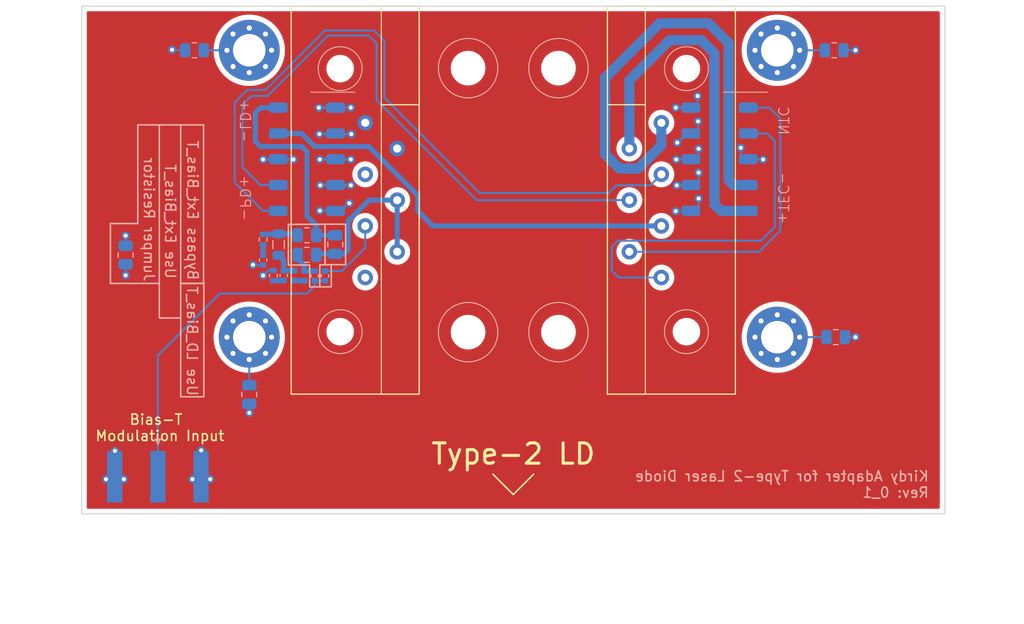
<source format=kicad_pcb>
(kicad_pcb (version 20221018) (generator pcbnew)

  (general
    (thickness 1.6)
  )

  (paper "A4")
  (layers
    (0 "F.Cu" signal)
    (31 "B.Cu" signal)
    (32 "B.Adhes" user "B.Adhesive")
    (33 "F.Adhes" user "F.Adhesive")
    (34 "B.Paste" user)
    (35 "F.Paste" user)
    (36 "B.SilkS" user "B.Silkscreen")
    (37 "F.SilkS" user "F.Silkscreen")
    (38 "B.Mask" user)
    (39 "F.Mask" user)
    (40 "Dwgs.User" user "User.Drawings")
    (41 "Cmts.User" user "User.Comments")
    (42 "Eco1.User" user "User.Eco1")
    (43 "Eco2.User" user "User.Eco2")
    (44 "Edge.Cuts" user)
    (45 "Margin" user)
    (46 "B.CrtYd" user "B.Courtyard")
    (47 "F.CrtYd" user "F.Courtyard")
    (48 "B.Fab" user)
    (49 "F.Fab" user)
    (50 "User.1" user)
    (51 "User.2" user)
    (52 "User.3" user)
    (53 "User.4" user)
    (54 "User.5" user)
    (55 "User.6" user)
    (56 "User.7" user)
    (57 "User.8" user)
    (58 "User.9" user)
  )

  (setup
    (stackup
      (layer "F.SilkS" (type "Top Silk Screen"))
      (layer "F.Paste" (type "Top Solder Paste"))
      (layer "F.Mask" (type "Top Solder Mask") (thickness 0.01))
      (layer "F.Cu" (type "copper") (thickness 0.035))
      (layer "dielectric 1" (type "core") (thickness 1.51) (material "FR4") (epsilon_r 4.5) (loss_tangent 0.02))
      (layer "B.Cu" (type "copper") (thickness 0.035))
      (layer "B.Mask" (type "Bottom Solder Mask") (thickness 0.01))
      (layer "B.Paste" (type "Bottom Solder Paste"))
      (layer "B.SilkS" (type "Bottom Silk Screen"))
      (copper_finish "None")
      (dielectric_constraints no)
    )
    (pad_to_mask_clearance 0)
    (pcbplotparams
      (layerselection 0x00010fc_ffffffff)
      (plot_on_all_layers_selection 0x0000000_00000000)
      (disableapertmacros false)
      (usegerberextensions true)
      (usegerberattributes true)
      (usegerberadvancedattributes true)
      (creategerberjobfile false)
      (dashed_line_dash_ratio 12.000000)
      (dashed_line_gap_ratio 3.000000)
      (svgprecision 6)
      (plotframeref false)
      (viasonmask false)
      (mode 1)
      (useauxorigin false)
      (hpglpennumber 1)
      (hpglpenspeed 20)
      (hpglpendiameter 15.000000)
      (dxfpolygonmode true)
      (dxfimperialunits true)
      (dxfusepcbnewfont true)
      (psnegative false)
      (psa4output false)
      (plotreference false)
      (plotvalue false)
      (plotinvisibletext false)
      (sketchpadsonfab false)
      (subtractmaskfromsilk true)
      (outputformat 1)
      (mirror false)
      (drillshape 0)
      (scaleselection 1)
      (outputdirectory "gerber/")
    )
  )

  (net 0 "")
  (net 1 "GND")
  (net 2 "/TEC+")
  (net 3 "/NTC+")
  (net 4 "/NTC-")
  (net 5 "/LD+")
  (net 6 "/TEC-")
  (net 7 "/PD-")
  (net 8 "/PD+")
  (net 9 "/LD-")
  (net 10 "/Mod_IN")
  (net 11 "/kirdy_LD+")
  (net 12 "unconnected-(J3-NC-Pad10)")
  (net 13 "/Butterfly_Mount_Mod_In")
  (net 14 "unconnected-(J3-NC-Pad14)")
  (net 15 "Net-(C2-Pad1)")
  (net 16 "Net-(C3-Pad1)")
  (net 17 "Net-(C3-Pad2)")
  (net 18 "Net-(L2-Pad2)")
  (net 19 "Net-(L3-Pad1)")
  (net 20 "Net-(C4-Pad1)")
  (net 21 "Net-(H1-Pad1)")
  (net 22 "Net-(H2-Pad1)")
  (net 23 "Net-(H3-Pad1)")
  (net 24 "Net-(H4-Pad1)")

  (footprint "laserSocket:78614110360_Receptacle" (layer "F.Cu") (at -26 -10.747))

  (footprint "laserSocket:78614110360_Receptacle" (layer "F.Cu") (at 26 17.503))

  (footprint "laserSocket:Butterfly_Socket" (layer "F.Cu") (at 0 4.01 180))

  (footprint "laserSocket:78614110360_Receptacle" (layer "F.Cu") (at 26 -10.747))

  (footprint "laserSocket:78614110360_Receptacle" (layer "F.Cu") (at -26 17.503))

  (footprint "Capacitor_SMD:C_0402_1005Metric" (layer "B.Cu") (at -19.558 11.458 -90))

  (footprint "Resistor_SMD:R_0805_2012Metric" (layer "B.Cu") (at -26 23.15 -90))

  (footprint "Capacitor_SMD:C_0402_1005Metric" (layer "B.Cu") (at -22.606 11.43 -90))

  (footprint "Resistor_SMD:R_0805_2012Metric" (layer "B.Cu") (at -31.4 -10.75 180))

  (footprint "Resistor_SMD:R_0805_2012Metric" (layer "B.Cu") (at 31.6 -10.75))

  (footprint "laserSocket:M20-7870542" (layer "B.Cu") (at -20.3222 -0.0168 180))

  (footprint "laserSocket:M20-7870542" (layer "B.Cu") (at 20.3178 -0.0168 180))

  (footprint "Resistor_SMD:R_0805_2012Metric" (layer "B.Cu") (at -38.1744 9.412 -90))

  (footprint "Capacitor_SMD:C_0402_1005Metric" (layer "B.Cu") (at -18.542 11.458 -90))

  (footprint "Resistor_SMD:R_0805_2012Metric" (layer "B.Cu") (at 31.75 17.5))

  (footprint "Resistor_SMD:R_0402_1005Metric" (layer "B.Cu") (at -24.638 7.874 -90))

  (footprint "Resistor_SMD:R_0402_1005Metric" (layer "B.Cu") (at -23.622 11.43 90))

  (footprint "Resistor_SMD:R_0805_2012Metric" (layer "B.Cu") (at -20.32 7.4676 180))

  (footprint "Inductor_SMD:L_0805_2012Metric" (layer "B.Cu") (at -23.114 8.382 90))

  (footprint "Resistor_SMD:R_0805_2012Metric" (layer "B.Cu") (at -17.526 8.382 -90))

  (footprint "Connector_Coaxial:SMA_Amphenol_132289_EdgeMount" (layer "B.Cu") (at -35 31.25 -90))

  (footprint "Inductor_SMD:L_0402_1005Metric" (layer "B.Cu") (at -21.59 11.43 90))

  (footprint "laserSocket:kirdy_socket" (layer "B.Cu") (at 0 0 180))

  (footprint "Inductor_SMD:L_0402_1005Metric" (layer "B.Cu") (at -20.574 11.458 -90))

  (footprint "Resistor_SMD:R_0805_2012Metric" (layer "B.Cu") (at -20.32 9.398 180))

  (footprint "Capacitor_SMD:C_0402_1005Metric" (layer "B.Cu") (at -24.638 9.906 -90))

  (gr_line (start -39.6744 12.212) (end -34.9244 12.212)
    (stroke (width 0.15) (type default)) (layer "B.SilkS") (tstamp 08ae5206-19fa-421c-a869-f600bab7186c))
  (gr_line (start -36.9744 6.312) (end -36.9744 -3.4)
    (stroke (width 0.15) (type default)) (layer "B.SilkS") (tstamp 21fa219f-f2bc-42b9-b232-222874d5d0d2))
  (gr_line (start -36.9744 -3.4) (end -34.8592 -3.4)
    (stroke (width 0.15) (type default)) (layer "B.SilkS") (tstamp 49b926e2-ae67-43f2-b4b9-70bd7094d819))
  (gr_rect (start -18.542 6.3768) (end -16.51 10.3632)
    (stroke (width 0.15) (type default)) (fill none) (layer "B.SilkS") (tstamp 4b956630-2a45-443d-86c1-86c756c5e39f))
  (gr_line (start -39.6744 6.312) (end -36.9744 6.312)
    (stroke (width 0.15) (type default)) (layer "B.SilkS") (tstamp 6ee9f7b5-7c11-466c-94bc-5cacaacd13f9))
  (gr_line (start -22.15 6.4) (end -22.15 10.4)
    (stroke (width 0.15) (type default)) (layer "B.SilkS") (tstamp 75b2005c-4ee0-45ed-ae35-63c1790d211c))
  (gr_rect (start -32.7488 -3.4) (end -30.5 12.212)
    (stroke (width 0.15) (type default)) (fill none) (layer "B.SilkS") (tstamp 902c4a8d-8a8c-46cc-875a-91e187466040))
  (gr_line (start -39.6744 12.212) (end -39.6744 6.312)
    (stroke (width 0.15) (type default)) (layer "B.SilkS") (tstamp 99c5f143-7cb3-495c-8614-7767a39c3b5e))
  (gr_rect (start -19.05 10.375) (end -17.925 12.55)
    (stroke (width 0.15) (type default)) (fill none) (layer "B.SilkS") (tstamp 9b58163b-6958-42e7-914a-5917a37a1824))
  (gr_line (start -18.542 6.3768) (end -22.15 6.4)
    (stroke (width 0.15) (type default)) (layer "B.SilkS") (tstamp a898c794-afc4-4078-8b06-c4fcf06da35a))
  (gr_line (start -20.05 10.4) (end -20.05 12.55)
    (stroke (width 0.15) (type default)) (layer "B.SilkS") (tstamp b5a5cdba-1dcc-491e-8c17-e9e128ac0c03))
  (gr_line (start -22.15 10.4) (end -20.05 10.4)
    (stroke (width 0.15) (type default)) (layer "B.SilkS") (tstamp b6cbc731-d396-470c-ad8b-993abc67d7ee))
  (gr_rect (start -34.8592 -3.4) (end -32.7488 15.612)
    (stroke (width 0.15) (type default)) (fill none) (layer "B.SilkS") (tstamp ea46c3f4-95f4-4d13-babd-913cd452737e))
  (gr_line (start -20.05 12.55) (end -19.05 12.55)
    (stroke (width 0.15) (type default)) (layer "B.SilkS") (tstamp f54a1b5c-f8bb-4cba-a1f9-74c8fa22ba9b))
  (gr_rect (start -32.7488 12.212) (end -30.4734 23.3764)
    (stroke (width 0.15) (type default)) (fill none) (layer "B.SilkS") (tstamp f870cc93-c518-458d-8ff2-9af09e972fb9))
  (gr_line (start 0 33) (end 2 31)
    (stroke (width 0.15) (type default)) (layer "F.SilkS") (tstamp 45737fa6-8f1c-4923-ae1e-2c692b9286ea))
  (gr_line (start 0 33) (end -2 31)
    (stroke (width 0.15) (type default)) (layer "F.SilkS") (tstamp 8213c9fa-0048-4546-af1d-b775a55fa65e))
  (gr_line (start -42.5 34.9032) (end 42.5 34.9032)
    (stroke (width 0.1) (type default)) (layer "Edge.Cuts") (tstamp 5fc11ccb-206c-4a11-8cb3-f05fdf2365ed))
  (gr_line (start 42.5 -15.0968) (end -42.5 -15.0968)
    (stroke (width 0.1) (type default)) (layer "Edge.Cuts") (tstamp 96bb3b61-a8bd-4e6d-8c1c-2a91283c5af6))
  (gr_line (start -42.5 -15.0968) (end -42.5 34.9032)
    (stroke (width 0.1) (type default)) (layer "Edge.Cuts") (tstamp b269c852-4cfb-4fde-86c0-83d58bd7102b))
  (gr_line (start 42.5 34.9032) (end 42.5 -15.0968)
    (stroke (width 0.1) (type default)) (layer "Edge.Cuts") (tstamp b654c7e3-761e-4a6b-b332-c1b14e723831))
  (gr_text "Jumper Resistor" (at -35.8744 5.912 -90) (layer "B.SilkS") (tstamp 26ff478d-bccf-4eed-a9de-aaabb7ffd654)
    (effects (font (size 1 1) (thickness 0.15)) (justify mirror))
  )
  (gr_text "Use Ext_Bias_T" (at -33.7768 11.83 270) (layer "B.SilkS") (tstamp 286cbdc5-d7d0-45a7-88bf-7169ffaef085)
    (effects (font (size 1 1) (thickness 0.15)) (justify left mirror))
  )
  (gr_text "Bypass Ext_Bias_T" (at -31.5744 5.012 270) (layer "B.SilkS") (tstamp 8a30d9f2-b59e-49d5-be47-811f0e30ecee)
    (effects (font (size 1 1) (thickness 0.15)) (justify mirror))
  )
  (gr_text "Use LD_Bias_T" (at -31.6244 23.3764 -90) (layer "B.SilkS") (tstamp b78539dc-c40f-447d-9514-c2b634db9bdf)
    (effects (font (size 1 1) (thickness 0.15)) (justify left mirror))
  )
  (gr_text "Kirdy Adapter for Type-2 Laser Diode\nRev: 0_1" (at 41 32) (layer "B.SilkS") (tstamp d9185641-8167-4841-b540-088303848472)
    (effects (font (size 1 1) (thickness 0.15)) (justify left mirror))
  )
  (gr_text "Type-2 LD" (at 0 29) (layer "F.SilkS") (tstamp b88bde98-52b0-43b6-9ac6-2ab4650df5f6)
    (effects (font (size 2 2) (thickness 0.3)))
  )
  (gr_text "Bias-T \nModulation Input" (at -34.798 26.416) (layer "F.SilkS") (tstamp be63c161-af45-409b-ab6a-4332d46cf0d0)
    (effects (font (size 1 1) (thickness 0.15)))
  )

  (via (at -33.6 -10.8) (size 0.8) (drill 0.4) (layers "F.Cu" "B.Cu") (net 1) (tstamp 07cd6029-e2ac-41bb-b8a3-4e797562b9f7))
  (via (at -16 2.55) (size 0.8) (drill 0.4) (layers "F.Cu" "B.Cu") (free) (net 1) (tstamp 0acd7d54-33c5-4a67-998f-fd3a15a013f7))
  (via (at -31.5952 31.4872) (size 0.8) (drill 0.4) (layers "F.Cu" "B.Cu") (free) (net 1) (tstamp 0d5de957-141c-4c66-a0e2-2667c266206a))
  (via (at -39.2266 28.702) (size 0.8) (drill 0.4) (layers "F.Cu" "B.Cu") (free) (net 1) (tstamp 1ed39148-0660-421e-b30e-3f98525068e4))
  (via (at 16.1 2.55) (size 0.8) (drill 0.4) (layers "F.Cu" "B.Cu") (free) (net 1) (tstamp 2008d396-fa9b-4d6b-ab4c-d20af108d0c4))
  (via (at 18.25 3.85) (size 0.8) (drill 0.4) (layers "F.Cu" "B.Cu") (free) (net 1) (tstamp 24509434-29e6-4f3a-97fb-156ff5d74f27))
  (via (at -38.3542 31.4872) (size 0.8) (drill 0.4) (layers "F.Cu" "B.Cu") (net 1) (tstamp 2be0de4a-daf2-4511-acf9-aef04b5f2530))
  (via (at -19.15 -5.0968) (size 0.8) (drill 0.4) (layers "F.Cu" "B.Cu") (free) (net 1) (tstamp 306e0f4f-b948-4cf0-a43b-0efc507dbf00))
  (via (at 16 -5.1) (size 0.8) (drill 0.4) (layers "F.Cu" "B.Cu") (net 1) (tstamp 31b8c51d-be8b-4b1f-9fa7-7b53de20104a))
  (via (at -21.65 0) (size 0.8) (drill 0.4) (layers "F.Cu" "B.Cu") (free) (net 1) (tstamp 37bedd51-b745-4c51-ada0-ede5743765de))
  (via (at 24.6 0) (size 0.8) (drill 0.4) (layers "F.Cu" "B.Cu") (free) (net 1) (tstamp 3a7ad3f1-915e-4a35-8a95-a42ef1ed071e))
  (via (at -16.15 4.318) (size 0.8) (drill 0.4) (layers "F.Cu" "B.Cu") (free) (net 1) (tstamp 4a27fed6-4d9e-4dae-a887-950f2c73920c))
  (via (at -30.734 28.6512) (size 0.8) (drill 0.4) (layers "F.Cu" "B.Cu") (free) (net 1) (tstamp 4f27231f-e2aa-4985-96e6-06e717f386b6))
  (via (at 16.15 -1.65) (size 0.8) (drill 0.4) (layers "F.Cu" "B.Cu") (free) (net 1) (tstamp 5c894e8d-3917-4785-9099-06258da738e3))
  (via (at -24.638 11.43) (size 0.8) (drill 0.4) (layers "F.Cu" "B.Cu") (net 1) (tstamp 6e62664d-1bcc-4a39-9800-b0ac2ddc00fc))
  (via (at -19 2.55) (size 0.8) (drill 0.4) (layers "F.Cu" "B.Cu") (free) (net 1) (tstamp 727ad225-6a3e-484e-832f-1c993db7541d))
  (via (at -24.638 0) (size 0.8) (drill 0.4) (layers "F.Cu" "B.Cu") (free) (net 1) (tstamp 738f36c9-b82c-4a6b-bf70-6f0666e7bd2b))
  (via (at -26 24.95) (size 0.8) (drill 0.4) (layers "F.Cu" "B.Cu") (net 1) (tstamp 878491ff-e403-4b74-83ff-0c5051f965f4))
  (via (at -19.1 -2.5) (size 0.8) (drill 0.4) (layers "F.Cu" "B.Cu") (free) (net 1) (tstamp 87850167-6de4-46eb-a0ef-4d6bb5b3d4d5))
  (via (at -29.8452 31.4872) (size 0.8) (drill 0.4) (layers "F.Cu" "B.Cu") (free) (net 1) (tstamp 8f7525ef-2afd-4969-bdef-83d94a83c98c))
  (via (at 33.7 -10.75) (size 0.8) (drill 0.4) (layers "F.Cu" "B.Cu") (net 1) (tstamp 92aade27-4cf0-4a62-8c15-d48cc627c50e))
  (via (at 18.25 1.3) (size 0.8) (drill 0.4) (layers "F.Cu" "B.Cu") (free) (net 1) (tstamp 96ed902d-748a-4179-9d78-8df095f30127))
  (via (at 22.4 -1.15) (size 0.8) (drill 0.4) (layers "F.Cu" "B.Cu") (free) (net 1) (tstamp 9a0c448e-561b-405f-8ade-b7b559df69e9))
  (via (at -25.626 10.386) (size 0.8) (drill 0.4) (layers "F.Cu" "B.Cu") (net 1) (tstamp a23de9ef-6f5e-4872-9eaa-decead55c035))
  (via (at -19.05 5.05) (size 0.8) (drill 0.4) (layers "F.Cu" "B.Cu") (free) (net 1) (tstamp ab09684c-cf80-4eda-88ef-f5c185efcdca))
  (via (at -38.1744 7.512) (size 0.8) (drill 0.4) (layers "F.Cu" "B.Cu") (net 1) (tstamp b6e17684-24b3-4adb-80bc-a111c97e2028))
  (via (at -19.05 0) (size 0.8) (drill 0.4) (layers "F.Cu" "B.Cu") (free) (net 1) (tstamp b6e92f00-dbeb-4d43-a477-eab7e117e33e))
  (via (at -15.95 -2.5) (size 0.8) (drill 0.4) (layers "F.Cu" "B.Cu") (free) (net 1) (tstamp bad702e1-4365-4d61-ba17-3eaedb1602e9))
  (via (at 16.05 0) (size 0.8) (drill 0.4) (layers "F.Cu" "B.Cu") (free) (net 1) (tstamp bd8bc0b9-34f3-4298-97e6-5e22d2ec0501))
  (via (at 18.25 -1.05) (size 0.8) (drill 0.4) (layers "F.Cu" "B.Cu") (free) (net 1) (tstamp cc20fac1-11b7-4d67-9ad4-c97290052a20))
  (via (at -16 -5.1) (size 0.8) (drill 0.4) (layers "F.Cu" "B.Cu") (free) (net 1) (tstamp d6a9a246-4564-4e09-b21d-fce11dd81779))
  (via (at 18.15 -6.25) (size 0.8) (drill 0.4) (layers "F.Cu" "B.Cu") (net 1) (tstamp d7441f1f-3118-4287-9f54-0b181444b674))
  (via (at 33.7 17.5) (size 0.8) (drill 0.4) (layers "F.Cu" "B.Cu") (net 1) (tstamp d919a658-b957-452e-83d5-d501d2744046))
  (via (at -16 0) (size 0.8) (drill 0.4) (layers "F.Cu" "B.Cu") (free) (net 1) (tstamp de81f517-af52-454f-9fe6-dd014e6afda0))
  (via (at -40.1042 31.4872) (size 0.8) (drill 0.4) (layers "F.Cu" "B.Cu") (net 1) (tstamp e0636d8f-0a6d-409d-aecc-45d20973e0bc))
  (via (at -38.1744 11.412) (size 0.8) (drill 0.4) (layers "F.Cu" "B.Cu") (net 1) (tstamp e0d36dce-ed50-4a42-ab5d-a9b6341d4edc))
  (via (at 18.2 -3.75) (size 0.8) (drill 0.4) (layers "F.Cu" "B.Cu") (free) (net 1) (tstamp e6956291-c80b-4985-8750-b7237b5f8c29))
  (via (at 16 5.1) (size 0.8) (drill 0.4) (layers "F.Cu" "B.Cu") (free) (net 1) (tstamp f3dcb10f-d9aa-4361-948f-9b1a65b04c4f))
  (segment (start -17.494 -5.1) (end -17.4972 -5.0968) (width 0.2) (layer "B.Cu") (net 1) (tstamp 01f9f019-d12d-4042-b5b6-a7ffa2418204))
  (segment (start -18.7732 2.5232) (end -17.4972 2.5232) (width 0.25) (layer "B.Cu") (net 1) (tstamp 07e70102-de76-4807-b1b7-ad321383ba32))
  (segment (start 18.25 1.3) (end 18.25 2.5232) (width 0.2) (layer "B.Cu") (net 1) (tstamp 0908029c-ea6c-4243-a5ed-d04860b1cfdf))
  (segment (start -16.0268 2.5232) (end -17.4972 2.5232) (width 0.25) (layer "B.Cu") (net 1) (tstamp 09270894-c63d-43f6-b889-38a8473129ee))
  (segment (start 23.1596 0) (end 23.1428 -0.0168) (width 0.2) (layer "B.Cu") (net 1) (tstamp 09dc834b-dbd6-4ef7-a26b-603cde2b1d87))
  (segment (start -16 2.55) (end -16.0268 2.5232) (width 0.25) (layer "B.Cu") (net 1) (tstamp 0ac0c11e-ff61-44f9-9838-1ec8c78f0116))
  (segment (start -17.0132 5.0632) (end -16.268 4.318) (width 0.2) (layer "B.Cu") (net 1) (tstamp 0cef6f34-8ea1-4c0f-a29c-ae573e44a7b2))
  (segment (start -17.4804 0) (end -17.4972 -0.0168) (width 0.25) (layer "B.Cu") (net 1) (tstamp 1cea96dc-bb45-438c-937c-8a55723b1b21))
  (segment (start -26 24.95) (end -26 24.9) (width 0.2) (layer "B.Cu") (net 1) (tstamp 1d2e6050-085e-4014-b4f2-351fd6230303))
  (segment (start 17.456 5.1) (end 17.4928 5.0632) (width 0.2) (layer "B.Cu") (net 1) (tstamp 238a14e2-4be6-491c-98a0-60524bd72e88))
  (segment (start -17.5104 5.05) (end -17.4972 5.0632) (width 0.2) (layer "B.Cu") (net 1) (tstamp 245d1d5f-2e14-4682-8a4f-82b9443fd14b))
  (segment (start 18.25 5.0632) (end 17.4928 5.0632) (width 0.2) (layer "B.Cu") (net 1) (tstamp 26f3e84e-3851-456b-91d5-bd2f418c3221))
  (segment (start -38.1744 10.3245) (end -38.1744 11.412) (width 0.25) (layer "B.Cu") (net 1) (tstamp 34364e20-96b3-43ed-a742-dab51da4a010))
  (segment (start -24.638 11.43) (end -24.128 10.92) (width 0.2) (layer "B.Cu") (net 1) (tstamp 380a1a76-8871-4757-9a98-c7fc7fb0ba00))
  (segment (start -38.1744 8.4995) (end -38.1744 7.512) (width 0.25) (layer "B.Cu") (net 1) (tstamp 3bc68741-6bfd-4a72-a2b6-748902c086eb))
  (segment (start 18.15 -6.25) (end 18.15 -5.0968) (width 0.2) (layer "B.Cu") (net 1) (tstamp 4648073d-195f-46a7-87d8-9bebe3f2fc27))
  (segment (start -17.554 -2.5) (end -17.4972 -2.5568) (width 0.25) (layer "B.Cu") (net 1) (tstamp 4784899b-ff6c-471d-890b-0b71d494abb7))
  (segment (start 16 -5.1) (end 17.4896 -5.1) (width 0.25) (layer "B.Cu") (net 1) (tstamp 4d9a3305-36f0-45d0-b364-66d1063b4806))
  (segment (start 18.25 3.85) (end 18.25 5.0632) (width 0.2) (layer "B.Cu") (net 1) (tstamp 507d8aff-6d7c-49ee-9b22-b3f3ba163146))
  (segment (start 16 5.1) (end 17.456 5.1) (width 0.2) (layer "B.Cu") (net 1) (tstamp 539f141d-1c17-43d8-b993-99b7c343389a))
  (segment (start -18.8 2.55) (end -18.7732 2.5232) (width 0.25) (layer "B.Cu") (net 1) (tstamp 54c8f899-286c-4055-88aa-7e17dde4bdb4))
  (segment (start -17.4972 5.0632) (end -17.0132 5.0632) (width 0.2) (layer "B.Cu") (net 1) (tstamp 54f5c116-5d38-4d04-b9b8-b2439bdcf7db))
  (segment (start -26 24.0625) (end -26 24.95) (width 0.2) (layer "B.Cu") (net 1) (tstamp 59276027-fbc5-42bb-9991-2f0ce7b0b27c))
  (segment (start 18.2 -2.5568) (end 17.4928 -2.5568) (width 0.2) (layer "B.Cu") (net 1) (tstamp 5adf6114-df5e-477b-b3f5-1067b8729784))
  (segment (start 22.4 -0.0168) (end 23.1428 -0.0168) (width 0.2) (layer "B.Cu") (net 1) (tstamp 5b86b16c-f69d-42d9-94fd-7781116fa71b))
  (segment (start -17.4404 -2.5) (end -17.4972 -2.5568) (width 0.2) (layer "B.Cu") (net 1) (tstamp 621a574d-6033-40f5-9d5e-2cc92ebfd9ad))
  (segment (start -32.3125 -10.75) (end -33.55 -10.75) (width 0.2) (layer "B.Cu") (net 1) (tstamp 65d12c3e-f6b0-4158-a793-5752adb4bfbe))
  (segment (start -16.268 4.318) (end -16.15 4.318) (width 0.2) (layer "B.Cu") (net 1) (tstamp 65dca8ab-0967-4498-835c-e4d7ea053f15))
  (segment (start 18.15 -5.0968) (end 17.4928 -5.0968) (width 0.2) (layer "B.Cu") (net 1) (tstamp 6eb28089-2ecf-445a-bf19-81c91b8394e5))
  (segment (start 18.25 2.5232) (end 17.4928 2.5232) (width 0.2) (layer "B.Cu") (net 1) (tstamp 70ff3f0c-f1a0-4a36-86b0-a8fd7c033ecd))
  (segment (start 22.4 -1.15) (end 22.4 -0.0168) (width 0.2) (layer "B.Cu") (net 1) (tstamp 729a0108-f3f9-4d59-b59d-513e5fcea0dd))
  (segment (start 17.4896 -5.1) (end 17.4928 -5.0968) (width 0.25) (layer "B.Cu") (net 1) (tstamp 743a2e73-0b21-47ed-8dfa-9a4000f44ce4))
  (segment (start -24.128 10.92) (end -23.622 10.92) (width 0.2) (layer "B.Cu") (net 1) (tstamp 82baeed5-6b9c-4587-894a-6132d7944363))
  (segment (start -16 -5.1) (end -17.494 -5.1) (width 0.2) (layer "B.Cu") (net 1) (tstamp 90169695-b54a-449e-a537-21190048bc82))
  (segment (start -33.55 -10.75) (end -33.6 -10.8) (width 0.2) (layer "B.Cu") (net 1) (tstamp 9b7666d9-acda-4e15-9015-a6b86601374f))
  (segment (start 18.25 -0.0168) (end 17.4928 -0.0168) (width 0.2) (layer "B.Cu") (net 1) (tstamp 9ccc04ca-1f75-4d67-9c2c-7927a9bdc5a8))
  (segment (start 17.476 0) (end 17.4928 -0.0168) (width 0.2) (layer "B.Cu") (net 1) (tstamp 9d594221-b7ff-4aea-b266-f102b55e11a4))
  (segment (start 16.1 2.55) (end 17.466 2.55) (width 0.2) (layer "B.Cu") (net 1) (tstamp a3be9bfa-440b-42da-9540-a606e136e708))
  (segment (start -16 0) (end -17.4804 0) (width 0.25) (layer "B.Cu") (net 1) (tstamp a508deb4-9ba1-43f9-abe2-2f951a9f5794))
  (segment (start 17.0568 -2.5568) (end 17.4928 -2.5568) (width 0.2) (layer "B.Cu") (net 1) (tstamp ac3dca95-96c2-403f-8d8b-39c55077cc65))
  (segment (start -15.95 -2.5) (end -17.4404 -2.5) (width 0.2) (layer "B.Cu") (net 1) (tstamp ad9fbe4b-6d3e-46ad-b4af-937783faef08))
  (segment (start -19 2.55) (end -18.8 2.55) (width 0.25) (layer "B.Cu") (net 1) (tstamp af34c443-f559-49a4-896a-1f0ca2e878a4))
  (segment (start -38.1744 11.412) (end -38.1744 11.312) (width 0.25) (layer "B.Cu") (net 1) (tstamp afb995e3-e12b-4800-a9b9-d9f8c4568d04))
  (segment (start 16.15 -1.65) (end 17.0568 -2.5568) (width 0.2) (layer "B.Cu") (net 1) (tstamp b3c062b9-47cb-4e88-83cc-bc4824e0e92a))
  (segment (start -24.638 0) (end -23.164 0) (width 0.25) (layer "B.Cu") (net 1) (tstamp b6aedada-31de-454a-b1b9-961731508067))
  (segment (start 16.05 0) (end 17.476 0) (width 0.2) (layer "B.Cu") (net 1) (tstamp b7b75202-4624-4cf6-9d7b-0a389e825387))
  (segment (start -21.65 0) (end -23.1304 0) (width 0.25) (layer "B.Cu") (net 1) (tstamp b9a00b5c-5a2a-4f7a-97b4-b980ce59f3cf))
  (segment (start -23.164 0) (end -23.1472 -0.0168) (width 0.25) (layer "B.Cu") (net 1) (tstamp ba2a80c9-fc7b-43b4-b5ac-42a92b117e64))
  (segment (start 24.6 0) (end 23.1596 0) (width 0.2) (layer "B.Cu") (net 1) (tstamp be5a38aa-7ddf-4a8d-92f9-6c70f8fd2378))
  (segment (start -18.8 0) (end -18.7832 -0.0168) (width 0.25) (layer "B.Cu") (net 1) (tstamp c06bb257-a84a-4d99-adbe-72a5e8f6e1e6))
  (segment (start 18.2 -3.75) (end 18.2 -2.5568) (width 0.2) (layer "B.Cu") (net 1) (tstamp c8a3abfc-dc0f-44a1-927d-163e803e448c))
  (segment (start -19.15 -5.0968) (end -17.4972 -5.0968) (width 0.25) (layer "B.Cu") (net 1) (tstamp c8ee1d35-5771-4c28-953a-9f23f5195cbe))
  (segment (start 32.6625 17.5) (end 33.7 17.5) (width 0.2) (layer "B.Cu") (net 1) (tstamp cada0d3a-6da3-42a3-962f-4ffce73310fd))
  (segment (start -19.05 0) (end -18.8 0) (width 0.25) (layer "B.Cu") (net 1) (tstamp cbd2e030-fceb-4ac4-9357-83321c9d8c9f))
  (segment (start 18.25 -1.05) (end 18.25 -0.0168) (width 0.2) (layer "B.Cu") (net 1) (tstamp d2833af9-af2c-41b6-a975-5cbc70eb9a39))
  (segment (start -18.7832 -0.0168) (end -17.4972 -0.0168) (width 0.25) (layer "B.Cu") (net 1) (tstamp de883cd8-dbaa-4c76-993e-e10c26fec503))
  (segment (start -19.1 -2.5) (end -17.554 -2.5) (width 0.25) (layer "B.Cu") (net 1) (tstamp e0750eb1-bf10-462a-b887-17f7fb47ae64))
  (segment (start -23.1304 0) (end -23.1472 -0.0168) (width 0.25) (layer "B.Cu") (net 1) (tstamp e8c2b264-2a76-4f27-9596-59854395ecf4))
  (segment (start 32.5125 -10.75) (end 33.7 -10.75) (width 0.2) (layer "B.Cu") (net 1) (tstamp e9fa4aa9-2394-478b-8017-01bc84fdef01))
  (segment (start -19.05 5.05) (end -17.5104 5.05) (width 0.2) (layer "B.Cu") (net 1) (tstamp f316413d-769b-48fd-b320-6d2e40fbfa97))
  (segment (start -24.638 10.386) (end -25.626 10.386) (width 0.2) (layer "B.Cu") (net 1) (tstamp f4aa22d4-b347-4f7a-a54e-38f85c00f267))
  (segment (start 17.466 2.55) (end 17.4928 2.5232) (width 0.2) (layer "B.Cu") (net 1) (tstamp ffe59795-09b6-4ea5-8120-79b3219c26de))
  (segment (start 20.4632 5.0632) (end 23.1428 5.0632) (width 1) (layer "B.Cu") (net 2) (tstamp 1b8e122d-b61e-4b87-bc00-fb07189af6a2))
  (segment (start 19.8 -10.45) (end 19.8 4.4) (width 1) (layer "B.Cu") (net 2) (tstamp 4b5b4ac1-faa5-492d-bca3-d743d1843639))
  (segment (start 11.43 -7.78) (end 15.4 -11.75) (width 1) (layer "B.Cu") (net 2) (tstamp 5f984720-cbfe-4359-9ff8-4fa34c3db1c2))
  (segment (start 11.43 -1.07) (end 11.43 -7.78) (width 1) (layer "B.Cu") (net 2) (tstamp 7107f12d-7ef8-4ffe-a029-1df241a95f55))
  (segment (start 19.8 4.4) (end 20.4632 5.0632) (width 1) (layer "B.Cu") (net 2) (tstamp 790a8187-dfb0-45a7-89d6-2d90e886687c))
  (segment (start 15.4 -11.75) (end 18.5 -11.75) (width 1) (layer "B.Cu") (net 2) (tstamp c347cd40-ac59-4981-96bf-7f3bc20b7afe))
  (segment (start 18.5 -11.75) (end 19.8 -10.45) (width 1) (layer "B.Cu") (net 2) (tstamp deffd136-6281-4592-a4ca-80f97bc49895))
  (segment (start 14.58 11.63) (end 10.38 11.63) (width 0.2) (layer "B.Cu") (net 3) (tstamp 33b8daa9-ed91-4585-98c5-3b200ade673e))
  (segment (start 14.58 11.63) (end 15.04 11.63) (width 0.2) (layer "B.Cu") (net 3) (tstamp 6bef795b-ac9b-442b-8dad-48795b99699b))
  (segment (start 10.38 11.63) (end 9.7 10.95) (width 0.2) (layer "B.Cu") (net 3) (tstamp 7dd329ba-94ca-43ea-8a4d-0bbc1b6ef779))
  (segment (start 24.9932 -2.5568) (end 23.1428 -2.5568) (width 0.2) (layer "B.Cu") (net 3) (tstamp a75edf9c-c25d-4c86-8475-22cae72ac66e))
  (segment (start 9.7 8.6) (end 10.3 8) (width 0.2) (layer "B.Cu") (net 3) (tstamp c0c4be53-c763-4b07-9278-4c71688fdafe))
  (segment (start 24.4 8) (end 25.75 6.65) (width 0.2) (layer "B.Cu") (net 3) (tstamp ca91f606-5694-47d5-900f-b980b7fd7df3))
  (segment (start 9.7 10.95) (end 9.7 8.6) (width 0.2) (layer "B.Cu") (net 3) (tstamp da84c4c2-3053-4b26-a5ca-d6738e82bb78))
  (segment (start 25.75 -1.8) (end 24.9932 -2.5568) (width 0.2) (layer "B.Cu") (net 3) (tstamp e0721116-23b3-4f5b-974b-ae91c7e44329))
  (segment (start 10.3 8) (end 24.4 8) (width 0.2) (layer "B.Cu") (net 3) (tstamp e1ac7061-110e-4cfe-8f9c-3c1534fca31a))
  (segment (start 25.75 6.65) (end 25.75 -1.8) (width 0.2) (layer "B.Cu") (net 3) (tstamp fe0482ea-292f-4224-86d5-15353abd6ee5))
  (segment (start 24.21 9.09) (end 26.3 7) (width 0.2) (layer "B.Cu") (net 4) (tstamp 0317192d-933d-4410-b8a8-c2be756e004e))
  (segment (start 26.3 7) (end 26.3 -4) (width 0.2) (layer "B.Cu") (net 4) (tstamp 1f766e30-7060-4dc4-a7ca-bf91be2448b5))
  (segment (start 26.3 -4) (end 25.2032 -5.0968) (width 0.2) (layer "B.Cu") (net 4) (tstamp 5204089e-ee3c-438c-9275-844d67b80856))
  (segment (start 11.43 9.09) (end 24.21 9.09) (width 0.2) (layer "B.Cu") (net 4) (tstamp 70aadd07-0ae9-451b-ab54-85dcad87b517))
  (segment (start 25.2032 -5.0968) (end 23.1428 -5.0968) (width 0.2) (layer "B.Cu") (net 4) (tstamp d678a912-b4ac-444d-8311-c95ecaba3472))
  (segment (start -17.526 9.2945) (end -19.304 9.2945) (width 0.5) (layer "B.Cu") (net 5) (tstamp 0495e1c2-d491-4bec-8fcc-8e3afa8de6ad))
  (segment (start -19.304 9.2945) (end -19.4075 9.398) (width 0.5) (layer "B.Cu") (net 5) (tstamp 16258ee7-1fa3-453a-8133-7462a200d0ef))
  (segment (start -16.256 6.056) (end -16.256 8.906) (width 0.5) (layer "B.Cu") (net 5) (tstamp 4e4cb81d-665e-4300-a544-516830860f66))
  (segment (start -14.21 4.01) (end -16.256 6.056) (width 0.5) (layer "B.Cu") (net 5) (tstamp 64ac9d01-576f-421f-8aa9-364f9ce273e4))
  (segment (start -11.43 4.01) (end -11.43 9.09) (width 0.5) (layer "B.Cu") (net 5) (tstamp 84250f83-4c0f-4160-86c1-35276140cf04))
  (segment (start -16.256 8.906) (end -16.6445 9.2945) (width 0.5) (layer "B.Cu") (net 5) (tstamp b1753423-495f-46d4-a4bf-8ebbfa7d516d))
  (segment (start -16.6445 9.2945) (end -17.526 9.2945) (width 0.5) (layer "B.Cu") (net 5) (tstamp b43ae866-fc60-41c2-a265-3fe71709d292))
  (segment (start -11.43 4.01) (end -14.21 4.01) (width 0.5) (layer "B.Cu") (net 5) (tstamp ce60d860-5c2c-4009-baa5-2187353be7a7))
  (segment (start 14.4 -13.4) (end 19.25 -13.4) (width 1) (layer "B.Cu") (net 6) (tstamp 2daa93a4-d2ad-4eeb-ab61-9dabf3dd8fbc))
  (segment (start 19.25 -13.4) (end 21.2 -11.45) (width 1) (layer "B.Cu") (net 6) (tstamp 356376bd-00f0-4aa3-a9ee-ab879d7f9999))
  (segment (start 21.6732 2.5232) (end 23.1428 2.5232) (width 1) (layer "B.Cu") (net 6) (tstamp 578e7184-b780-4ba9-90a4-c2356315ac17))
  (segment (start 14.58 -1.38) (end 12.3 0.9) (width 1) (layer "B.Cu") (net 6) (tstamp 5844f837-8e49-4afc-8b7f-c1292d52a459))
  (segment (start 9.05 -8.05) (end 14.4 -13.4) (width 1) (layer "B.Cu") (net 6) (tstamp 62bd3dca-720a-4c96-b6e2-ae867e4457dd))
  (segment (start 21.2 -11.45) (end 21.2 2.05) (width 1) (layer "B.Cu") (net 6) (tstamp 85246cd4-f0ed-4d7f-92e5-9e12aa888657))
  (segment (start 21.2 2.05) (end 21.6732 2.5232) (width 1) (layer "B.Cu") (net 6) (tstamp 8fd75261-c72f-4aa2-8bdf-63ad9e0ee7b6))
  (segment (start 9.05 -0.5) (end 9.05 -8.05) (width 1) (layer "B.Cu") (net 6) (tstamp a2b6d0e2-2e4c-4a0f-92c7-988da7cf1184))
  (segment (start 12.3 0.9) (end 10.45 0.9) (width 1) (layer "B.Cu") (net 6) (tstamp b5d98bd5-34eb-45e1-9a29-0e913a136408))
  (segment (start 10.45 0.9) (end 9.05 -0.5) (width 1) (layer "B.Cu") (net 6) (tstamp ee65fd98-6542-478e-bc7d-597fc57c0bef))
  (segment (start 14.58 -3.61) (end 14.58 -1.38) (width 1) (layer "B.Cu") (net 6) (tstamp f0890d48-0032-476b-abe2-6bee2621c097))
  (segment (start -24.4 -6.85) (end -18.55 -12.7) (width 0.2) (layer "B.Cu") (net 7) (tstamp 03795893-b2a3-4d36-a781-32d520771ee2))
  (segment (start 9.398 3.302) (end 10.15 2.55) (width 0.2) (layer "B.Cu") (net 7) (tstamp 0aa21a3b-bf2c-4f4b-a34b-d8aec1e87261))
  (segment (start -22.8622 5.0632) (end -24.6548 5.0632) (width 0.2) (layer "B.Cu") (net 7) (tstamp 2ec4ee1a-f944-4c4b-9c8b-4040d2ccd199))
  (segment (start 10.15 2.55) (end 13.5 2.55) (width 0.2) (layer "B.Cu") (net 7) (tstamp 44862e77-9977-4d72-afba-50ee59dc2570))
  (segment (start -27.432 -5.618) (end -26.2 -6.85) (width 0.2) (layer "B.Cu") (net 7) (tstamp 4c438837-35de-4536-9452-53784e868fc5))
  (segment (start -27.432 2.286) (end -27.432 -5.618) (width 0.2) (layer "B.Cu") (net 7) (tstamp 5816f6a6-f839-46bb-a516-653072d65be3))
  (segment (start -26.2 -6.85) (end -24.4 -6.85) (width 0.2) (layer "B.Cu") (net 7) (tstamp 767a8b78-cf1c-415e-82c4-2c7d6fc35c51))
  (segment (start 13.5 2.55) (end 14.58 1.47) (width 0.2) (layer "B.Cu") (net 7) (tstamp a4c6386b-31dc-4d27-b759-d0ab3c174385))
  (segment (start -13.716 -12.7) (end -12.7 -11.684) (width 0.2) (layer "B.Cu") (net 7) (tstamp c0ac1a2d-a0cb-4475-b1a6-08893480bbbb))
  (segment (start -12.7 -11.684) (end -12.7 -6.096) (width 0.2) (layer "B.Cu") (net 7) (tstamp cc83242d-cd0b-4de8-ba4b-ce51735e223e))
  (segment (start -3.302 3.302) (end 9.398 3.302) (width 0.2) (layer "B.Cu") (net 7) (tstamp dfaa53c3-7476-46fa-965d-5acb726e056a))
  (segment (start -12.7 -6.096) (end -3.302 3.302) (width 0.2) (layer "B.Cu") (net 7) (tstamp e160c142-c9ac-47b9-aa12-d5be924e9936))
  (segment (start -18.55 -12.7) (end -13.716 -12.7) (width 0.2) (layer "B.Cu") (net 7) (tstamp e64baba3-3758-4574-a137-d3ea6370b14a))
  (segment (start -24.6548 5.0632) (end -27.432 2.286) (width 0.2) (layer "B.Cu") (net 7) (tstamp ef2dee02-8b34-4536-b188-06b6e3473229))
  (segment (start -3.61 4.01) (end 11.405 4.01) (width 0.2) (layer "B.Cu") (net 8) (tstamp 112ef589-2b26-437b-8310-9dae58594d65))
  (segment (start -24.2 -6.25) (end -18.258 -12.192) (width 0.2) (layer "B.Cu") (net 8) (tstamp 4beb568e-99e5-4de4-9cda-ef452cf86536))
  (segment (start -13.462 -11.43) (end -13.462 -5.842) (width 0.2) (layer "B.Cu") (net 8) (tstamp 57baf9c8-1df4-4824-a741-02fd7777f6aa))
  (segment (start -18.258 -12.192) (end -14.224 -12.192) (width 0.2) (layer "B.Cu") (net 8) (tstamp 72638acd-5ac3-4a4a-aab7-086a97030f1c))
  (segment (start -14.224 -12.192) (end -13.462 -11.43) (width 0.2) (layer "B.Cu") (net 8) (tstamp 7b458cd0-c424-4e3d-957f-8ff41a011dd4))
  (segment (start -25.8 -6.25) (end -24.2 -6.25) (width 0.2) (layer "B.Cu") (net 8) (tstamp 81de5648-6958-4d03-a049-0ac9708d8dd3))
  (segment (start -22.8622 2.5232) (end -24.9088 2.5232) (width 0.2) (layer "B.Cu") (net 8) (tstamp 840554a9-6151-4e71-af80-c95a5be0da55))
  (segment (start -26.67 -5.38) (end -25.8 -6.25) (width 0.2) (layer "B.Cu") (net 8) (tstamp 8df0f2db-e471-4653-94aa-46945e8508dc))
  (segment (start -26.67 0.762) (end -26.67 -5.38) (width 0.2) (layer "B.Cu") (net 8) (tstamp c448cb64-0fe6-4d0f-91a7-eb1fdd2bdd40))
  (segment (start -24.9088 2.5232) (end -26.67 0.762) (width 0.2) (layer "B.Cu") (net 8) (tstamp d377cec1-3513-4900-983a-c7930b6a5595))
  (segment (start -13.462 -5.842) (end -3.61 4.01) (width 0.2) (layer "B.Cu") (net 8) (tstamp e252dc6a-5474-4be3-98a2-38f6806e5b7a))
  (segment (start -9.398 5.08) (end -9.398 3.556) (width 0.5) (layer "B.Cu") (net 9) (tstamp 19adfc08-3ff0-4574-a39a-e351fa89f09b))
  (segment (start -7.928 6.55) (end -9.398 5.08) (width 0.5) (layer "B.Cu") (net 9) (tstamp 4b4ab5ce-9b24-4e5f-8384-321ef1b82b5e))
  (segment (start -9.398 3.556) (end -14.224 -1.27) (width 0.5) (layer "B.Cu") (net 9) (tstamp 61f2a854-667b-4ff9-807a-0ada7bca0a5b))
  (segment (start 14.58 6.55) (end -7.928 6.55) (width 0.5) (layer "B.Cu") (net 9) (tstamp abc05ef0-adbe-4ff3-aba5-e5274e7a0495))
  (segment (start -20.8448 -2.5568) (end -22.8622 -2.5568) (width 0.5) (layer "B.Cu") (net 9) (tstamp b369524b-e6e0-4c79-ac90-597032e68810))
  (segment (start -14.224 -1.27) (end -19.558 -1.27) (width 0.5) (layer "B.Cu") (net 9) (tstamp bba94569-e4f1-4b81-89e5-bfbc4f7fef1a))
  (segment (start -19.558 -1.27) (end -20.8448 -2.5568) (width 0.5) (layer "B.Cu") (net 9) (tstamp c149ccbb-dd2d-451b-b38c-c2ce334917ba))
  (segment (start -19.558 12.446) (end -19.558 11.938) (width 0.2) (layer "B.Cu") (net 10) (tstamp 0862ad45-648c-4fd5-a0a6-db87d7e73a83))
  (segment (start -20.32 13.208) (end -19.558 12.446) (width 0.2) (layer "B.Cu") (net 10) (tstamp 2e0f83e7-0c65-4fc9-9846-6136c17b8655))
  (segment (start -35 31.25) (end -35 19.3) (width 0.2) (layer "B.Cu") (net 10) (tstamp 3ded61ee-799f-4881-ad43-64cd0c8ba3ac))
  (segment (start -19.528 11.968) (end -19.558 11.938) (width 0.2) (layer "B.Cu") (net 10) (tstamp 41ea37ff-0cdb-49e0-98c9-37e541df3671))
  (segment (start -18.542 11.968) (end -19.528 11.968) (width 0.2) (layer "B.Cu") (net 10) (tstamp ba035305-9d71-4062-a2f8-9b27068364fe))
  (segment (start -35 19.3) (end -28.908 13.208) (width 0.2) (layer "B.Cu") (net 10) (tstamp c51b85bb-b3d6-4190-a533-b2e03e21d230))
  (segment (start -28.908 13.208) (end -20.32 13.208) (width 0.2) (layer "B.Cu") (net 10) (tstamp f23b7728-f120-4caf-9112-d670f35f1b44))
  (segment (start -19.2551 7.4676) (end -17.5279 7.4676) (width 0.5) (layer "B.Cu") (net 11) (tstamp 0b6f3183-54ac-4c38-b75d-a81b8c71f0d9))
  (segment (start -20.828 -1.27) (end -20.32 -0.762) (width 0.5) (layer "B.Cu") (net 11) (tstamp 1bc678bc-7746-49fd-9444-f1b448d4c1dc))
  (segment (start -20.32 5.588) (end -19.4075 6.5005) (width 0.5) (layer "B.Cu") (net 11) (tstamp 1fb7e1fd-2c93-4413-96de-53211d9a682a))
  (segment (start -22.8622 -5.0968) (end -24.8752 -5.0968) (width 0.5) (layer "B.Cu") (net 11) (tstamp 2aa53266-2b50-4776-af94-fed884144bdc))
  (segment (start -25.4 -4.572) (end -25.4 -1.778) (width 0.5) (layer "B.Cu") (net 11) (tstamp 3fbd5266-50e0-44aa-80c1-0b667b68e794))
  (segment (start -24.8752 -5.0968) (end -25.4 -4.572) (width 0.5) (layer "B.Cu") (net 11) (tstamp 461417f6-0881-498f-ab62-306fdb20944d))
  (segment (start -17.5279 7.4676) (end -17.526 7.4695) (width 0.5) (layer "B.Cu") (net 11) (tstamp 60b09f73-5dee-4774-8905-75b0a21704b7))
  (segment (start -24.892 -1.27) (end -20.828 -1.27) (width 0.5) (layer "B.Cu") (net 11) (tstamp 8370e371-64a0-49c1-a05c-10b693d06890))
  (segment (start -25.4 -1.778) (end -24.892 -1.27) (width 0.5) (layer "B.Cu") (net 11) (tstamp ae7d8325-b0b4-48ba-9dea-55088710df95))
  (segment (start -19.4075 6.5005) (end -19.4075 7.4676) (width 0.5) (layer "B.Cu") (net 11) (tstamp b1ea6691-c7f2-4c68-8ed2-958d45c61c18))
  (segment (start -20.32 -0.762) (end -20.32 5.588) (width 0.5) (layer "B.Cu") (net 11) (tstamp db91ec5f-d918-41e5-b5b6-25fb2b1834ca))
  (segment (start -16.8708 10.978) (end -14.58 8.6872) (width 0.2) (layer "B.Cu") (net 13) (tstamp 50fac10a-aed4-4b4e-bf88-44abfa906fc7))
  (segment (start -14.58 6.55) (end -14.58 8.6872) (width 0.2) (layer "B.Cu") (net 13) (tstamp f6c4f4d6-bf0e-4ce7-a96f-cfa61550e3f1))
  (segment (start -18.542 10.978) (end -16.8708 10.978) (width 0.2) (layer "B.Cu") (net 13) (tstamp fac0a237-6be1-4016-9992-35ab448b42ff))
  (segment (start -24.638 8.384) (end -24.638 9.426) (width 0.5) (layer "B.Cu") (net 15) (tstamp e6fe235c-d50b-4661-9aaf-1adfc4a87ea2))
  (segment (start -22.606 10.95) (end -21.595 10.95) (width 0.5) (layer "B.Cu") (net 16) (tstamp 18552d68-d6d8-4b58-987a-b01bcda03143))
  (segment (start -22.606 10.95) (end -22.606 9.9525) (width 0.5) (layer "B.Cu") (net 16) (tstamp 88c20cd8-d7d2-4117-aeeb-87d9fd0894b1))
  (segment (start -22.606 9.9525) (end -23.114 9.4445) (width 0.5) (layer "B.Cu") (net 16) (tstamp 96fe7145-cae2-4392-9ab9-983bf06a4ead))
  (segment (start -21.595 10.95) (end -21.59 10.945) (width 0.5) (layer "B.Cu") (net 16) (tstamp b39cb899-d88d-4114-8b9a-cafd2cf0d30d))
  (segment (start -22.636 11.94) (end -22.606 11.91) (width 0.5) (layer "B.Cu") (net 17) (tstamp 427e4ff7-a880-4ae7-95e7-ba9650367b2b))
  (segment (start -23.622 11.94) (end -22.636 11.94) (width 0.5) (layer "B.Cu") (net 17) (tstamp a4d3ebb3-f687-4faf-90a1-4b059522d276))
  (segment (start -21.3806 7.3195) (end -21.2325 7.4676) (width 0.5) (layer "B.Cu") (net 18) (tstamp 5524c379-b4be-4f09-89fd-5c0863d860ec))
  (segment (start -23.114 7.3195) (end -21.3806 7.3195) (width 0.5) (layer "B.Cu") (net 18) (tstamp 6ae5e94c-8d0c-4d43-b93e-9669f0f2c3f5))
  (segment (start -24.638 7.364) (end -23.1585 7.364) (width 0.5) (layer "B.Cu") (net 18) (tstamp d0497e73-a988-4270-891a-bfc90c55ac35))
  (segment (start -23.1585 7.364) (end -23.114 7.3195) (width 0.5) (layer "B.Cu") (net 18) (tstamp f67e23f4-f08a-4920-a5f7-87a8d2c3cf7b))
  (segment (start -21.562 11.943) (end -21.59 11.915) (width 0.5) (layer "B.Cu") (net 19) (tstamp 40626e68-ad04-4d01-87e9-f8769b3785b1))
  (segment (start -20.574 11.943) (end -21.562 11.943) (width 0.5) (layer "B.Cu") (net 19) (tstamp e29ad2b0-c5fa-4b26-9c12-4db281c5a8c8))
  (segment (start -19.558 10.978) (end -20.569 10.978) (width 0.5) (layer "B.Cu") (net 20) (tstamp 6e7b9fb4-7d6b-4c07-84ed-14b352972551))
  (segment (start -20.574 10.414) (end -20.574 10.973) (width 0.5) (layer "B.Cu") (net 20) (tstamp 78db97c7-19c7-4d1c-8e59-ad6a77a4932c))
  (segment (start -21.2325 9.7555) (end -20.574 10.414) (width 0.5) (layer "B.Cu") (net 20) (tstamp b94aa801-a937-408c-aa17-459b3dad42bc))
  (segment (start -19.563 10.973) (end -19.558 10.978) (width 0.5) (layer "B.Cu") (net 20) (tstamp c2f71231-feda-4591-8d54-4d141d09f128))
  (segment (start -21.2325 9.398) (end -21.2325 9.7555) (width 0.5) (layer "B.Cu") (net 20) (tstamp d3beba1b-63b4-43bf-a214-c01bea9f4e3e))
  (segment (start -20.569 10.978) (end -20.574 10.973) (width 0.5) (layer "B.Cu") (net 20) (tstamp f65909d0-1744-43f9-8dad-377a7bf9c77b))
  (segment (start 30.6875 -10.75) (end 30.6845 -10.747) (width 0.2) (layer "B.Cu") (net 21) (tstamp 489f3a60-6339-4800-801e-f62d27483084))
  (segment (start 30.6845 -10.747) (end 26 -10.747) (width 0.2) (layer "B.Cu") (net 21) (tstamp 6a62b564-4c4b-4136-9c5d-1789fb320774))
  (segment (start 30.8345 17.503) (end 28.2 17.503) (width 0.2) (layer "B.Cu") (net 22) (tstamp 7cc95a2f-ff94-424e-9081-808548bcaffe))
  (segment (start 30.8375 17.5) (end 30.8345 17.503) (width 0.2) (layer "B.Cu") (net 22) (tstamp 8a755cd4-f922-4c90-a396-c8d945fd7245))
  (segment (start -30.4845 -10.747) (end -28.2 -10.747) (width 0.2) (layer "B.Cu") (net 23) (tstamp 74f7dde4-6d9d-43ee-af4e-fa760dd75ad0))
  (segment (start -30.4875 -10.75) (end -30.4845 -10.747) (width 0.2) (layer "B.Cu") (net 23) (tstamp a30d7b9d-092c-40bd-904d-36acf3a9370f))
  (segment (start -26 22.2375) (end -26 19.703) (width 0.2) (layer "B.Cu") (net 24) (tstamp 0b8cf752-3293-434f-92fe-3cb868a960c0))

  (zone (net 1) (net_name "GND") (layer "F.Cu") (tstamp 0ff1d84c-0618-4dcc-aabe-b71b2751e5a6) (hatch edge 0.5)
    (priority 2)
    (connect_pads yes (clearance 0.508))
    (min_thickness 0.25) (filled_areas_thickness no)
    (fill yes (thermal_gap 0.5) (thermal_bridge_width 0.5))
    (polygon
      (pts
        (xy -50.546 -15.494)
        (xy -50.546 35.814)
        (xy 50.292 36.068)
        (xy 50.038 -15.24)
      )
    )
    (filled_polygon
      (layer "F.Cu")
      (pts
        (xy 41.942539 -14.576615)
        (xy 41.988294 -14.523811)
        (xy 41.9995 -14.4723)
        (xy 41.9995 34.2787)
        (xy 41.979815 34.345739)
        (xy 41.927011 34.391494)
        (xy 41.8755 34.4027)
        (xy -41.8755 34.4027)
        (xy -41.942539 34.383015)
        (xy -41.988294 34.330211)
        (xy -41.9995 34.2787)
        (xy -41.9995 17.503)
        (xy -29.513315 17.503)
        (xy -29.494069 17.870241)
        (xy -29.436541 18.233459)
        (xy -29.341361 18.588674)
        (xy -29.209573 18.931994)
        (xy -29.04262 19.259658)
        (xy -28.842332 19.568075)
        (xy -28.610902 19.853867)
        (xy -28.350867 20.113902)
        (xy -28.065075 20.345332)
        (xy -27.756658 20.54562)
        (xy -27.428994 20.712573)
        (xy -27.085674 20.844361)
        (xy -26.730459 20.939541)
        (xy -26.367241 20.997069)
        (xy -26.019246 21.015306)
        (xy -26.000001 21.016315)
        (xy -26 21.016315)
        (xy -25.999999 21.016315)
        (xy -25.979688 21.01525)
        (xy -25.632759 20.997069)
        (xy -25.269541 20.939541)
        (xy -24.914326 20.844361)
        (xy -24.571006 20.712573)
        (xy -24.243342 20.54562)
        (xy -24.243337 20.545617)
        (xy -23.934926 20.345333)
        (xy -23.649137 20.113905)
        (xy -23.649133 20.113902)
        (xy -23.389098 19.853867)
        (xy -23.157668 19.568075)
        (xy -23.157666 19.568073)
        (xy -22.957382 19.259662)
        (xy -22.790428 18.931997)
        (xy -22.658641 18.588681)
        (xy -22.563577 18.233901)
        (xy -22.563459 18.233459)
        (xy -22.563458 18.233453)
        (xy -22.505931 17.870242)
        (xy -22.486685 17.503)
        (xy -22.486685 17.502999)
        (xy -22.505931 17.135757)
        (xy -22.533768 16.96)
        (xy -18.405659 16.96)
        (xy -18.385063 17.195408)
        (xy -18.323903 17.423663)
        (xy -18.224035 17.637829)
        (xy -18.088495 17.831401)
        (xy -17.921401 17.998495)
        (xy -17.727829 18.134035)
        (xy -17.513663 18.233903)
        (xy -17.285408 18.295063)
        (xy -17.108966 18.3105)
        (xy -16.991034 18.3105)
        (xy -16.814592 18.295063)
        (xy -16.586337 18.233903)
        (xy -16.372171 18.134035)
        (xy -16.372169 18.134034)
        (xy -16.178597 17.998494)
        (xy -16.011506 17.831402)
        (xy -16.011501 17.831395)
        (xy -15.875967 17.637834)
        (xy -15.875965 17.63783)
        (xy -15.813092 17.502999)
        (xy -15.776097 17.423663)
        (xy -15.776096 17.423659)
        (xy -15.776094 17.423655)
        (xy -15.714938 17.195413)
        (xy -15.714936 17.195403)
        (xy -15.694341 16.96)
        (xy -15.694341 16.959999)
        (xy -15.695682 16.944675)
        (xy -6.154252 16.944675)
        (xy -6.144251 17.205593)
        (xy -6.094538 17.461927)
        (xy -6.094537 17.461929)
        (xy -6.094537 17.46193)
        (xy -6.031363 17.637828)
        (xy -6.006279 17.707668)
        (xy -5.881541 17.937057)
        (xy -5.72325 18.144716)
        (xy -5.535114 18.325778)
        (xy -5.321544 18.475999)
        (xy -5.087547 18.591859)
        (xy -4.838605 18.670641)
        (xy -4.580555 18.7105)
        (xy -4.58055 18.7105)
        (xy -4.384823 18.7105)
        (xy -4.189656 18.695516)
        (xy -3.935414 18.636021)
        (xy -3.935408 18.636018)
        (xy -3.935406 18.636018)
        (xy -3.693241 18.538418)
        (xy -3.693232 18.538413)
        (xy -3.639089 18.506224)
        (xy -3.468792 18.404982)
        (xy -3.267348 18.238852)
        (xy -3.262937 18.233903)
        (xy -3.093631 18.043928)
        (xy -3.093618 18.043911)
        (xy -2.951695 17.824757)
        (xy -2.951694 17.824753)
        (xy -2.844881 17.586488)
        (xy -2.775693 17.334714)
        (xy -2.745748 17.075324)
        (xy -2.750755 16.944675)
        (xy 2.745748 16.944675)
        (xy 2.755748 17.205593)
        (xy 2.805462 17.461928)
        (xy 2.805462 17.46193)
        (xy 2.893718 17.707663)
        (xy 2.893721 17.707668)
        (xy 3.018459 17.937057)
        (xy 3.17675 18.144716)
        (xy 3.364886 18.325778)
        (xy 3.364891 18.325781)
        (xy 3.364895 18.325785)
        (xy 3.578441 18.475989)
        (xy 3.578445 18.475991)
        (xy 3.578456 18.475999)
        (xy 3.80602 18.588674)
        (xy 3.812455 18.59186)
        (xy 3.895433 18.618119)
        (xy 4.061395 18.670641)
        (xy 4.319445 18.7105)
        (xy 4.319449 18.7105)
        (xy 4.515177 18.7105)
        (xy 4.710344 18.695516)
        (xy 4.964586 18.636021)
        (xy 5.009945 18.617739)
        (xy 5.206758 18.538418)
        (xy 5.206763 18.538415)
        (xy 5.206766 18.538414)
        (xy 5.431208 18.404982)
        (xy 5.632652 18.238852)
        (xy 5.806375 18.04392)
        (xy 5.918848 17.870242)
        (xy 5.948304 17.824757)
        (xy 5.948304 17.824755)
        (xy 5.948306 17.824753)
        (xy 6.055118 17.586489)
        (xy 6.124307 17.334713)
        (xy 6.154252 17.075325)
        (xy 6.149832 16.96)
        (xy 15.694341 16.96)
        (xy 15.714936 17.195403)
        (xy 15.714938 17.195413)
        (xy 15.776094 17.423655)
        (xy 15.776096 17.423659)
        (xy 15.776097 17.423663)
        (xy 15.813092 17.502999)
        (xy 15.875964 17.637828)
        (xy 15.875965 17.63783)
        (xy 16.011505 17.831402)
        (xy 16.178597 17.998494)
        (xy 16.372169 18.134034)
        (xy 16.372171 18.134035)
        (xy 16.586337 18.233903)
        (xy 16.814592 18.295063)
        (xy 16.991034 18.3105)
        (xy 17.108966 18.3105)
        (xy 17.285408 18.295063)
        (xy 17.513663 18.233903)
        (xy 17.727829 18.134035)
        (xy 17.921401 17.998495)
        (xy 18.088495 17.831401)
        (xy 18.224035 17.63783)
        (xy 18.286907 17.503)
        (xy 22.486685 17.503)
        (xy 22.505931 17.870242)
        (xy 22.563458 18.233453)
        (xy 22.563459 18.233459)
        (xy 22.563577 18.233901)
        (xy 22.658641 18.588681)
        (xy 22.790428 18.931997)
        (xy 22.957382 19.259662)
        (xy 23.157666 19.568073)
        (xy 23.157668 19.568075)
        (xy 23.389098 19.853867)
        (xy 23.649133 20.113902)
        (xy 23.649137 20.113905)
        (xy 23.934926 20.345333)
        (xy 24.243337 20.545617)
        (xy 24.243342 20.54562)
        (xy 24.571006 20.712573)
        (xy 24.914326 20.844361)
        (xy 25.269541 20.939541)
        (xy 25.632759 20.997069)
        (xy 25.979688 21.01525)
        (xy 25.999999 21.016315)
        (xy 26 21.016315)
        (xy 26.000001 21.016315)
        (xy 26.019246 21.015306)
        (xy 26.367241 20.997069)
        (xy 26.730459 20.939541)
        (xy 27.085674 20.844361)
        (xy 27.428994 20.712573)
        (xy 27.756658 20.54562)
        (xy 28.065075 20.345332)
        (xy 28.350867 20.113902)
        (xy 28.610902 19.853867)
        (xy 28.842332 19.568075)
        (xy 29.04262 19.259658)
        (xy 29.209573 18.931994)
        (xy 29.341361 18.588674)
        (xy 29.436541 18.233459)
        (xy 29.494069 17.870241)
        (xy 29.513315 17.503)
        (xy 29.494069 17.135759)
        (xy 29.436541 16.772541)
        (xy 29.341361 16.417326)
        (xy 29.209573 16.074006)
        (xy 29.04262 15.746343)
        (xy 29.008773 15.694223)
        (xy 28.842333 15.437926)
        (xy 28.610905 15.152137)
        (xy 28.610902 15.152133)
        (xy 28.350867 14.892098)
        (xy 28.065075 14.660668)
        (xy 28.065073 14.660666)
        (xy 27.756662 14.460382)
        (xy 27.428997 14.293428)
        (xy 27.085681 14.161641)
        (xy 27.085674 14.161639)
        (xy 26.730459 14.066459)
        (xy 26.730455 14.066458)
        (xy 26.730454 14.066458)
        (xy 26.367242 14.008931)
        (xy 26.000001 13.989685)
        (xy 25.999999 13.989685)
        (xy 25.632757 14.008931)
        (xy 25.269546 14.066458)
        (xy 25.269544 14.066458)
        (xy 24.914318 14.161641)
        (xy 24.571002 14.293428)
        (xy 24.243338 14.460382)
        (xy 23.934926 14.660666)
        (xy 23.649137 14.892094)
        (xy 23.649129 14.892101)
        (xy 23.389101 15.152129)
        (xy 23.389094 15.152137)
        (xy 23.157666 15.437926)
        (xy 22.957382 15.746338)
        (xy 22.790428 16.074002)
        (xy 22.658641 16.417318)
        (xy 22.563458 16.772544)
        (xy 22.563458 16.772546)
        (xy 22.505931 17.135757)
        (xy 22.486685 17.502999)
        (xy 22.486685 17.503)
        (xy 18.286907 17.503)
        (xy 18.323903 17.423663)
        (xy 18.385063 17.195408)
        (xy 18.405659 16.96)
        (xy 18.385063 16.724592)
        (xy 18.323903 16.496337)
        (xy 18.224035 16.282171)
        (xy 18.224034 16.282169)
        (xy 18.088494 16.088597)
        (xy 17.921402 15.921505)
        (xy 17.72783 15.785965)
        (xy 17.727828 15.785964)
        (xy 17.620745 15.73603)
        (xy 17.513663 15.686097)
        (xy 17.513659 15.686096)
        (xy 17.513655 15.686094)
        (xy 17.285413 15.624938)
        (xy 17.285403 15.624936)
        (xy 17.108966 15.6095)
        (xy 16.991034 15.6095)
        (xy 16.814596 15.624936)
        (xy 16.814586 15.624938)
        (xy 16.586344 15.686094)
        (xy 16.586335 15.686098)
        (xy 16.372171 15.785964)
        (xy 16.372169 15.785965)
        (xy 16.178597 15.921505)
        (xy 16.011506 16.088597)
        (xy 16.011501 16.088604)
        (xy 15.875967 16.282165)
        (xy 15.875965 16.282169)
        (xy 15.776098 16.496335)
        (xy 15.776094 16.496344)
        (xy 15.714938 16.724586)
        (xy 15.714936 16.724596)
        (xy 15.694341 16.959999)
        (xy 15.694341 16.96)
        (xy 6.149832 16.96)
        (xy 6.144251 16.814407)
        (xy 6.094538 16.558073)
        (xy 6.072368 16.496344)
        (xy 6.006281 16.312336)
        (xy 5.989877 16.282169)
        (xy 5.881541 16.082943)
        (xy 5.72325 15.875284)
        (xy 5.535114 15.694222)
        (xy 5.535108 15.694218)
        (xy 5.535104 15.694214)
        (xy 5.321558 15.54401)
        (xy 5.321551 15.544006)
        (xy 5.321544 15.544001)
        (xy 5.195477 15.481581)
        (xy 5.087544 15.428139)
        (xy 4.838608 15.34936)
        (xy 4.838605 15.349359)
        (xy 4.580555 15.3095)
        (xy 4.384823 15.3095)
        (xy 4.189656 15.324484)
        (xy 4.189652 15.324484)
        (xy 3.935416 15.383978)
        (xy 3.935406 15.383981)
        (xy 3.693241 15.481581)
        (xy 3.693232 15.481586)
        (xy 3.468793 15.615017)
        (xy 3.267345 15.78115)
        (xy 3.093631 15.976071)
        (xy 3.093618 15.976088)
        (xy 2.951695 16.195242)
        (xy 2.951694 16.195246)
        (xy 2.844881 16.433511)
        (xy 2.775693 16.685285)
        (xy 2.745748 16.944675)
        (xy -2.750755 16.944675)
        (xy -2.755748 16.814406)
        (xy -2.805462 16.558071)
        (xy -2.805462 16.558069)
        (xy -2.893718 16.312336)
        (xy -3.018461 16.082939)
        (xy -3.176746 15.875288)
        (xy -3.364885 15.694223)
        (xy -3.364895 15.694214)
        (xy -3.578441 15.54401)
        (xy -3.578453 15.544002)
        (xy -3.578456 15.544001)
        (xy -3.57846 15.543999)
        (xy -3.812455 15.428139)
        (xy -4.061391 15.34936)
        (xy -4.061392 15.349359)
        (xy -4.061395 15.349359)
        (xy -4.319445 15.3095)
        (xy -4.515177 15.3095)
        (xy -4.710344 15.324484)
        (xy -4.710347 15.324484)
        (xy -4.964583 15.383978)
        (xy -4.964593 15.383981)
        (xy -5.206758 15.481581)
        (xy -5.206767 15.481586)
        (xy -5.311768 15.54401)
        (xy -5.431208 15.615018)
        (xy -5.632652 15.781148)
        (xy -5.632654 15.78115)
        (xy -5.806368 15.976071)
        (xy -5.806381 15.976088)
        (xy -5.948304 16.195242)
        (xy -5.948304 16.195245)
        (xy -5.948306 16.195247)
        (xy -6.055118 16.433511)
        (xy -6.124307 16.685287)
        (xy -6.154252 16.944675)
        (xy -15.695682 16.944675)
        (xy -15.714936 16.724596)
        (xy -15.714938 16.724586)
        (xy -15.776094 16.496344)
        (xy -15.776098 16.496335)
        (xy -15.875964 16.282171)
        (xy -15.875965 16.282169)
        (xy -16.011505 16.088597)
        (xy -16.178597 15.921505)
        (xy -16.372169 15.785965)
        (xy -16.372171 15.785964)
        (xy -16.586335 15.686098)
        (xy -16.586344 15.686094)
        (xy -16.814586 15.624938)
        (xy -16.814596 15.624936)
        (xy -16.991034 15.6095)
        (xy -17.108966 15.6095)
        (xy -17.285403 15.624936)
        (xy -17.285413 15.624938)
        (xy -17.513655 15.686094)
        (xy -17.513659 15.686096)
        (xy -17.513663 15.686097)
        (xy -17.620745 15.73603)
        (xy -17.727828 15.785964)
        (xy -17.72783 15.785965)
        (xy -17.921402 15.921505)
        (xy -18.073898 16.074002)
        (xy -18.088495 16.088599)
        (xy -18.156264 16.185384)
        (xy -18.224032 16.282165)
        (xy -18.224033 16.282167)
        (xy -18.224035 16.28217)
        (xy -18.323903 16.496337)
        (xy -18.385063 16.724592)
        (xy -18.405659 16.96)
        (xy -22.533768 16.96)
        (xy -22.563458 16.772546)
        (xy -22.563458 16.772544)
        (xy -22.658641 16.417318)
        (xy -22.790428 16.074002)
        (xy -22.957382 15.746338)
        (xy -23.157666 15.437926)
        (xy -23.389094 15.152137)
        (xy -23.389101 15.152129)
        (xy -23.649129 14.892101)
        (xy -23.649137 14.892094)
        (xy -23.934926 14.660666)
        (xy -24.243337 14.460382)
        (xy -24.571002 14.293428)
        (xy -24.914318 14.161641)
        (xy -25.269545 14.066458)
        (xy -25.632757 14.008931)
        (xy -25.999999 13.989685)
        (xy -26.000001 13.989685)
        (xy -26.367242 14.008931)
        (xy -26.730453 14.066458)
        (xy -26.730455 14.066458)
        (xy -27.085681 14.161641)
        (xy -27.428997 14.293428)
        (xy -27.756661 14.460382)
        (xy -28.065073 14.660666)
        (xy -28.065075 14.660668)
        (xy -28.350867 14.892098)
        (xy -28.610902 15.152133)
        (xy -28.610905 15.152137)
        (xy -28.842333 15.437926)
        (xy -29.008773 15.694223)
        (xy -29.04262 15.746343)
        (xy -29.209573 16.074006)
        (xy -29.341361 16.417326)
        (xy -29.436541 16.772541)
        (xy -29.494069 17.135759)
        (xy -29.513315 17.503)
        (xy -41.9995 17.503)
        (xy -41.9995 11.63)
        (xy -15.855353 11.63)
        (xy -15.835978 11.851463)
        (xy -15.77844 12.066196)
        (xy -15.684488 12.267677)
        (xy -15.556977 12.449781)
        (xy -15.399781 12.606977)
        (xy -15.217677 12.734488)
        (xy -15.016196 12.82844)
        (xy -14.801463 12.885978)
        (xy -14.635365 12.900509)
        (xy -14.580002 12.905353)
        (xy -14.58 12.905353)
        (xy -14.579998 12.905353)
        (xy -14.516724 12.899817)
        (xy -14.358537 12.885978)
        (xy -14.143804 12.82844)
        (xy -13.942323 12.734488)
        (xy -13.760219 12.606977)
        (xy -13.603023 12.449781)
        (xy -13.475512 12.267677)
        (xy -13.475511 12.267676)
        (xy -13.428536 12.166936)
        (xy -13.38156 12.066196)
        (xy -13.381559 12.066193)
        (xy -13.381558 12.066191)
        (xy -13.324022 11.851465)
        (xy -13.324021 11.851457)
        (xy -13.304647 11.630002)
        (xy 13.304647 11.630002)
        (xy 13.324021 11.851457)
        (xy 13.324022 11.851465)
        (xy 13.381558 12.066191)
        (xy 13.381559 12.066193)
        (xy 13.38156 12.066196)
        (xy 13.428536 12.166936)
        (xy 13.475511 12.267676)
        (xy 13.475512 12.267677)
        (xy 13.603023 12.449781)
        (xy 13.760219 12.606977)
        (xy 13.942323 12.734488)
        (xy 14.143804 12.82844)
        (xy 14.358537 12.885978)
        (xy 14.516724 12.899817)
        (xy 14.579998 12.905353)
        (xy 14.58 12.905353)
        (xy 14.580002 12.905353)
        (xy 14.635365 12.900509)
        (xy 14.801463 12.885978)
        (xy 15.016196 12.82844)
        (xy 15.217677 12.734488)
        (xy 15.399781 12.606977)
        (xy 15.556977 12.449781)
        (xy 15.684488 12.267677)
        (xy 15.77844 12.066196)
        (xy 15.835978 11.851463)
        (xy 15.855353 11.63)
        (xy 15.835978 11.408537)
        (xy 15.77844 11.193804)
        (xy 15.684488 10.992324)
        (xy 15.684486 10.992321)
        (xy 15.684485 10.992319)
        (xy 15.556978 10.81022)
        (xy 15.556975 10.810217)
        (xy 15.399781 10.653023)
        (xy 15.217677 10.525512)
        (xy 15.217678 10.525512)
        (xy 15.217676 10.525511)
        (xy 15.116936 10.478536)
        (xy 15.016196 10.43156)
        (xy 15.016193 10.431559)
        (xy 15.016191 10.431558)
        (xy 14.801465 10.374022)
        (xy 14.801457 10.374021)
        (xy 14.580002 10.354647)
        (xy 14.579998 10.354647)
        (xy 14.358542 10.374021)
        (xy 14.358535 10.374022)
        (xy 14.1438 10.431561)
        (xy 13.942323 10.525512)
        (xy 13.942319 10.525514)
        (xy 13.760217 10.653023)
        (xy 13.603023 10.810217)
        (xy 13.475514 10.992319)
        (xy 13.475512 10.992323)
        (xy 13.381561 11.1938)
        (xy 13.324022 11.408535)
        (xy 13.324021 11.408542)
        (xy 13.304647 11.629997)
        (xy 13.304647 11.630002)
        (xy -13.304647 11.630002)
        (xy -13.304647 11.629997)
        (xy -13.324021 11.408542)
        (xy -13.324022 11.408535)
        (xy -13.381561 11.1938)
        (xy -13.475512 10.992323)
        (xy -13.475514 10.992319)
        (xy -13.603021 10.81022)
        (xy -13.760218 10.653024)
        (xy -13.942323 10.525511)
        (xy -14.143802 10.431561)
        (xy -14.143808 10.431558)
        (xy -14.358534 10.374022)
        (xy -14.358542 10.374021)
        (xy -14.579998 10.354647)
        (xy -14.580002 10.354647)
        (xy -14.801457 10.374021)
        (xy -14.801464 10.374022)
        (xy -14.925443 10.407242)
        (xy -15.016196 10.43156)
        (xy -15.016199 10.431561)
        (xy -15.217676 10.525512)
        (xy -15.21768 10.525514)
        (xy -15.399782 10.653023)
        (xy -15.556976 10.810217)
        (xy -15.684485 10.992319)
        (xy -15.684486 10.992321)
        (xy -15.684488 10.992324)
        (xy -15.77844 11.193804)
        (xy -15.835978 11.408537)
        (xy -15.855353 11.63)
        (xy -41.9995 11.63)
        (xy -41.9995 9.09)
        (xy -12.705353 9.09)
        (xy -12.685978 9.311463)
        (xy -12.62844 9.526196)
        (xy -12.534488 9.727677)
        (xy -12.406977 9.909781)
        (xy -12.249781 10.066977)
        (xy -12.067677 10.194488)
        (xy -11.866196 10.28844)
        (xy -11.651463 10.345978)
        (xy -11.485365 10.360509)
        (xy -11.430002 10.365353)
        (xy -11.43 10.365353)
        (xy -11.429998 10.365353)
        (xy -11.366724 10.359817)
        (xy -11.208537 10.345978)
        (xy -10.993804 10.28844)
        (xy -10.792323 10.194488)
        (xy -10.610219 10.066977)
        (xy -10.453023 9.909781)
        (xy -10.325512 9.727677)
        (xy -10.325511 9.727676)
        (xy -10.278536 9.626936)
        (xy -10.23156 9.526196)
        (xy -10.231559 9.526193)
        (xy -10.231558 9.526191)
        (xy -10.174022 9.311465)
        (xy -10.174021 9.311457)
        (xy -10.154647 9.090002)
        (xy 10.154647 9.090002)
        (xy 10.174021 9.311457)
        (xy 10.174022 9.311465)
        (xy 10.231558 9.526191)
        (xy 10.231559 9.526193)
        (xy 10.23156 9.526196)
        (xy 10.278536 9.626936)
        (xy 10.325511 9.727676)
        (xy 10.325512 9.727677)
        (xy 10.453023 9.909781)
        (xy 10.610219 10.066977)
        (xy 10.792323 10.194488)
        (xy 10.993804 10.28844)
        (xy 11.208537 10.345978)
        (xy 11.366724 10.359817)
        (xy 11.429998 10.365353)
        (xy 11.43 10.365353)
        (xy 11.430002 10.365353)
        (xy 11.485365 10.360509)
        (xy 11.651463 10.345978)
        (xy 11.866196 10.28844)
        (xy 12.067677 10.194488)
        (xy 12.249781 10.066977)
        (xy 12.406977 9.909781)
        (xy 12.534488 9.727677)
        (xy 12.62844 9.526196)
        (xy 12.685978 9.311463)
        (xy 12.705353 9.09)
        (xy 12.685978 8.868537)
        (xy 12.62844 8.653804)
        (xy 12.534488 8.452324)
        (xy 12.534486 8.452321)
        (xy 12.534485 8.452319)
        (xy 12.406978 8.27022)
        (xy 12.406975 8.270217)
        (xy 12.249781 8.113023)
        (xy 12.067677 7.985512)
        (xy 12.067678 7.985512)
        (xy 12.067676 7.985511)
        (xy 11.966936 7.938536)
        (xy 11.866196 7.89156)
        (xy 11.866193 7.891559)
        (xy 11.866191 7.891558)
        (xy 11.651465 7.834022)
        (xy 11.651457 7.834021)
        (xy 11.430002 7.814647)
        (xy 11.429998 7.814647)
        (xy 11.208542 7.834021)
        (xy 11.208535 7.834022)
        (xy 10.9938 7.891561)
        (xy 10.792323 7.985512)
        (xy 10.792319 7.985514)
        (xy 10.610217 8.113023)
        (xy 10.453023 8.270217)
        (xy 10.325514 8.452319)
        (xy 10.325512 8.452323)
        (xy 10.231561 8.6538)
        (xy 10.174022 8.868535)
        (xy 10.174021 8.868542)
        (xy 10.154647 9.089997)
        (xy 10.154647 9.090002)
        (xy -10.154647 9.090002)
        (xy -10.154647 9.089997)
        (xy -10.174021 8.868542)
        (xy -10.174022 8.868535)
        (xy -10.231561 8.6538)
        (xy -10.325512 8.452323)
        (xy -10.325514 8.452319)
        (xy -10.453021 8.27022)
        (xy -10.610218 8.113024)
        (xy -10.792323 7.985511)
        (xy -10.993802 7.891561)
        (xy -10.993808 7.891558)
        (xy -11.208534 7.834022)
        (xy -11.208542 7.834021)
        (xy -11.429998 7.814647)
        (xy -11.430002 7.814647)
        (xy -11.651457 7.834021)
        (xy -11.651464 7.834022)
        (xy -11.775443 7.867242)
        (xy -11.866196 7.89156)
        (xy -11.866199 7.891561)
        (xy -12.067676 7.985512)
        (xy -12.06768 7.985514)
        (xy -12.249782 8.113023)
        (xy -12.406976 8.270217)
        (xy -12.534485 8.452319)
        (xy -12.534486 8.452321)
        (xy -12.534488 8.452324)
        (xy -12.62844 8.653804)
        (xy -12.685978 8.868537)
        (xy -12.705353 9.09)
        (xy -41.9995 9.09)
        (xy -41.9995 6.55)
        (xy -15.855353 6.55)
        (xy -15.835978 6.771463)
        (xy -15.77844 6.986196)
        (xy -15.684488 7.187677)
        (xy -15.556977 7.369781)
        (xy -15.399781 7.526977)
        (xy -15.217677 7.654488)
        (xy -15.016196 7.74844)
        (xy -14.801463 7.805978)
        (xy -14.635365 7.820509)
        (xy -14.580002 7.825353)
        (xy -14.58 7.825353)
        (xy -14.579998 7.825353)
        (xy -14.516724 7.819817)
        (xy -14.358537 7.805978)
        (xy -14.143804 7.74844)
        (xy -13.942323 7.654488)
        (xy -13.760219 7.526977)
        (xy -13.603023 7.369781)
        (xy -13.475512 7.187677)
        (xy -13.475511 7.187676)
        (xy -13.428536 7.086936)
        (xy -13.38156 6.986196)
        (xy -13.381559 6.986193)
        (xy -13.381558 6.986191)
        (xy -13.324022 6.771465)
        (xy -13.324021 6.771457)
        (xy -13.304647 6.550002)
        (xy 13.304647 6.550002)
        (xy 13.324021 6.771457)
        (xy 13.324022 6.771465)
        (xy 13.381558 6.986191)
        (xy 13.381559 6.986193)
        (xy 13.38156 6.986196)
        (xy 13.428536 7.086936)
        (xy 13.475511 7.187676)
        (xy 13.475512 7.187677)
        (xy 13.603023 7.369781)
        (xy 13.760219 7.526977)
        (xy 13.942323 7.654488)
        (xy 14.143804 7.74844)
        (xy 14.358537 7.805978)
        (xy 14.516724 7.819817)
        (xy 14.579998 7.825353)
        (xy 14.58 7.825353)
        (xy 14.580002 7.825353)
        (xy 14.635365 7.820509)
        (xy 14.801463 7.805978)
        (xy 15.016196 7.74844)
        (xy 15.217677 7.654488)
        (xy 15.399781 7.526977)
        (xy 15.556977 7.369781)
        (xy 15.684488 7.187677)
        (xy 15.77844 6.986196)
        (xy 15.835978 6.771463)
        (xy 15.855353 6.55)
        (xy 15.835978 6.328537)
        (xy 15.77844 6.113804)
        (xy 15.684488 5.912324)
        (xy 15.684486 5.912321)
        (xy 15.684485 5.912319)
        (xy 15.556978 5.73022)
        (xy 15.556975 5.730217)
        (xy 15.399781 5.573023)
        (xy 15.217677 5.445512)
        (xy 15.217678 5.445512)
        (xy 15.217676 5.445511)
        (xy 15.116936 5.398536)
        (xy 15.016196 5.35156)
        (xy 15.016193 5.351559)
        (xy 15.016191 5.351558)
        (xy 14.801465 5.294022)
        (xy 14.801457 5.294021)
        (xy 14.580002 5.274647)
        (xy 14.579998 5.274647)
        (xy 14.358542 5.294021)
        (xy 14.358535 5.294022)
        (xy 14.1438 5.351561)
        (xy 13.942323 5.445512)
        (xy 13.942319 5.445514)
        (xy 13.760217 5.573023)
        (xy 13.603023 5.730217)
        (xy 13.475514 5.912319)
        (xy 13.475512 5.912323)
        (xy 13.381561 6.1138)
        (xy 13.324022 6.328535)
        (xy 13.324021 6.328542)
        (xy 13.304647 6.549997)
        (xy 13.304647 6.550002)
        (xy -13.304647 6.550002)
        (xy -13.304647 6.549997)
        (xy -13.324021 6.328542)
        (xy -13.324022 6.328535)
        (xy -13.381561 6.1138)
        (xy -13.475512 5.912323)
        (xy -13.475514 5.912319)
        (xy -13.603021 5.73022)
        
... [27487 chars truncated]
</source>
